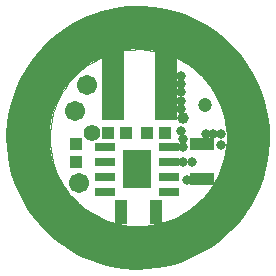
<source format=gts>
%FSDAX44Y44*%
%MOMM*%
%SFA1B1*%

%IPPOS*%
%ADD10C,0.299999*%
%ADD31C,0.100000*%
%ADD32R,1.703197X0.803198*%
%ADD33R,2.403195X3.203194*%
%ADD34R,1.903196X5.903188*%
%ADD35R,1.003198X1.103198*%
%ADD36R,1.003198X1.103198*%
%ADD37R,1.103198X2.003196*%
%ADD38R,2.003196X1.103198*%
%ADD39R,1.103198X1.003198*%
%ADD40R,1.103198X1.003198*%
%ADD41C,1.703197*%
%ADD42C,0.803198*%
%ADD43C,1.203198*%
%ADD44C,1.403197*%
%ADD45C,1.003198*%
%LNTop_mask-1*%
%LPD*%
G36*
X00886196Y00750822D02*
X00885513Y00742212D01*
X00884157Y00733681*
X00882136Y00725283*
X00879463Y00717070*
X00876155Y00709091*
X00872231Y00701396*
X00867716Y00694033*
X00862637Y00687046*
X00857026Y00680479*
X00850918Y00674372*
X00844350Y00668763*
X00837362Y00663686*
X00829997Y00659172*
X00822301Y00655250*
X00814322Y00651943*
X00806108Y00649272*
X00797709Y00647253*
X00789179Y00645899*
X00780568Y00645218*
X00776249Y00645216*
X00776307Y00680285*
Y00680286*
X00779463Y00680355*
X00785751Y00680890*
X00791972Y00681953*
X00798082Y00683534*
X00804037Y00685623*
X00809795Y00688206*
X00815316Y00691264*
X00820560Y00694775*
X00825490Y00698715*
X00830072Y00703055*
X00834273Y00707765*
X00838063Y00712811*
X00839795Y00715450*
X00841144Y00717687*
X00843603Y00722295*
X00845736Y00727063*
X00847532Y00731968*
X00848982Y00736986*
X00850080Y00742093*
X00850819Y00747264*
X00851196Y00752475*
X00851249Y00755086*
X00886199Y00755142*
X00886196Y00750822*
G37*
G36*
X00701249Y00755086D02*
D01*
X00701302Y00752475*
X00701679Y00747264*
X00702418Y00742093*
X00703516Y00736986*
X00704966Y00731968*
X00706762Y00727063*
X00708895Y00722295*
X00711354Y00717687*
X00712703Y00715450*
X00714435Y00712811*
X00718225Y00707765*
X00722426Y00703055*
X00727008Y00698715*
X00731938Y00694775*
X00737182Y00691264*
X00742703Y00688206*
X00748461Y00685623*
X00754416Y00683534*
X00760526Y00681953*
X00766747Y00680890*
X00773035Y00680355*
X00776191Y00680286*
Y00680285*
X00776249Y00645216*
X00771930Y00645218*
X00763319Y00645899*
X00754789Y00647253*
X00746390Y00649272*
X00738176Y00651943*
X00730197Y00655250*
X00722501Y00659172*
X00715137Y00663686*
X00708148Y00668763*
X00701580Y00674372*
X00695472Y00680479*
X00689861Y00687046*
X00684782Y00694033*
X00680267Y00701396*
X00676343Y00709091*
X00673035Y00717070*
X00670362Y00725283*
X00668341Y00733681*
X00666985Y00742212*
X00666302Y00750822*
X00666299Y00755142*
X00701249Y00755086*
G37*
G36*
X00776249Y00865066D02*
X00780568Y00865064D01*
X00789179Y00864383*
X00797709Y00863029*
X00806108Y00861010*
X00814322Y00858339*
X00822301Y00855032*
X00829997Y00851110*
X00837362Y00846597*
X00844350Y00841520*
X00850918Y00835910*
X00857026Y00829803*
X00862637Y00823236*
X00867716Y00816249*
X00872231Y00808886*
X00876155Y00801191*
X00879463Y00793212*
X00882136Y00784999*
X00884157Y00776601*
X00885513Y00768070*
X00886196Y00759460*
X00886199Y00755142*
X00851249Y00755197*
X00851196Y00757809*
X00850819Y00763018*
X00850080Y00768189*
X00848982Y00773296*
X00847532Y00778314*
X00845736Y00783219*
X00843603Y00787987*
X00841144Y00792595*
X00839795Y00794832*
X00838063Y00797471*
X00834273Y00802517*
X00830072Y00807227*
X00825490Y00811567*
X00820560Y00815507*
X00815316Y00819018*
X00809795Y00822076*
X00804037Y00824659*
X00798082Y00826748*
X00791972Y00828330*
X00785751Y00829392*
X00779463Y00829927*
X00776307Y00829996*
Y00829997*
X00776249Y00865066*
G37*
G36*
X00776191Y00829997D02*
Y00829996D01*
X00773035Y00829927*
X00766747Y00829392*
X00760526Y00828330*
X00754416Y00826748*
X00748461Y00824659*
X00742703Y00822076*
X00737182Y00819018*
X00731938Y00815507*
X00727008Y00811567*
X00722426Y00807227*
X00718225Y00802517*
X00714435Y00797471*
X00712703Y00794832*
X00711354Y00792595*
X00708895Y00787987*
X00706762Y00783219*
X00704966Y00778314*
X00703516Y00773296*
X00702418Y00768189*
X00701679Y00763018*
X00701302Y00757809*
X00701249Y00755197*
X00666299Y00755142*
X00666302Y00759460*
X00666985Y00768070*
X00668341Y00776601*
X00670362Y00784999*
X00673035Y00793212*
X00676343Y00801191*
X00680267Y00808886*
X00684782Y00816249*
X00689861Y00823236*
X00695472Y00829803*
X00701580Y00835910*
X00708148Y00841520*
X00715137Y00846597*
X00722501Y00851110*
X00730197Y00855032*
X00738176Y00858339*
X00746390Y00861010*
X00754789Y00863029*
X00763319Y00864383*
X00771930Y00865064*
X00776249Y00865066*
X00776191Y00829997*
G37*
G54D10*
X00666299Y00755142D02*
D01*
X00666572Y00747468*
X00667380Y00739833*
X00668719Y00732273*
X00670581Y00724824*
X00672959Y00717524*
X00675840Y00710407*
X00679210Y00703508*
X00683054Y00696862*
X00687352Y00690499*
X00692083Y00684452*
X00697224Y00678750*
X00702751Y00673420*
X00708636Y00668489*
X00714850Y00663980*
X00721364Y00659916*
X00728146Y00656316*
X00735162Y00653198*
X00742379Y00650577*
X00749761Y00648466*
X00757272Y00646875*
X00764876Y00645811*
X00772535Y00645281*
X00776249Y00645216*
D01*
X00783922Y00645488*
X00791558Y00646294*
X00799119Y00647630*
X00806568Y00649491*
X00813869Y00651867*
X00820986Y00654747*
X00827885Y00658116*
X00834533Y00661958*
X00840896Y00666254*
X00846944Y00670984*
X00852648Y00676124*
X00857979Y00681649*
X00862911Y00687533*
X00867421Y00693747*
X00871487Y00700260*
X00875089Y00707041*
X00878208Y00714056*
X00880831Y00721272*
X00882944Y00728653*
X00884537Y00736164*
X00885602Y00743768*
X00886134Y00751428*
X00886199Y00755142*
D01*
X00885926Y00762814*
X00885118Y00770450*
X00883780Y00778010*
X00881917Y00785459*
X00879540Y00792759*
X00876659Y00799876*
X00873288Y00806774*
X00869445Y00813421*
X00865147Y00819783*
X00860416Y00825830*
X00855275Y00831533*
X00849748Y00836862*
X00843863Y00841794*
X00837648Y00846302*
X00831134Y00850367*
X00824353Y00853967*
X00817336Y00857085*
X00810120Y00859706*
X00802738Y00861817*
X00795227Y00863408*
X00787623Y00864472*
X00779963Y00865002*
X00776249Y00865066*
D01*
X00768576Y00864795*
X00760941Y00863989*
X00753380Y00862652*
X00745931Y00860791*
X00738630Y00858415*
X00731513Y00855536*
X00724613Y00852167*
X00717966Y00848325*
X00711603Y00844029*
X00705554Y00839299*
X00699851Y00834159*
X00694520Y00828634*
X00689587Y00822750*
X00685077Y00816536*
X00681012Y00810023*
X00677410Y00803242*
X00674291Y00796227*
X00671668Y00789011*
X00669555Y00781629*
X00667962Y00774118*
X00666897Y00766515*
X00666365Y00758855*
X00666299Y00755142*
G54D31*
X00712703Y00715450D02*
D01*
X00715637Y00711115*
X00718866Y00706994*
X00722374Y00703109*
X00726145Y00699478*
X00730160Y00696119*
X00734400Y00693048*
X00738843Y00690280*
X00743469Y00687829*
X00748255Y00685707*
X00753176Y00683924*
X00758211Y00682488*
X00763333Y00681407*
X00768518Y00680686*
X00773740Y00680328*
X00776191Y00680286*
X00776307D02*
D01*
X00781539Y00680473*
X00786745Y00681024*
X00791899Y00681937*
X00796978Y00683208*
X00801955Y00684829*
X00806808Y00686794*
X00811511Y00689093*
X00816043Y00691713*
X00820380Y00694644*
X00824503Y00697870*
X00828391Y00701376*
X00832024Y00705145*
X00835386Y00709157*
X00838460Y00713395*
X00839795Y00715450*
D01*
X00842419Y00719980*
X00844721Y00724682*
X00846689Y00729533*
X00848314Y00734509*
X00849588Y00739587*
X00850504Y00744741*
X00851059Y00749946*
X00851249Y00755086*
Y00755197D02*
D01*
X00851053Y00760429*
X00850492Y00765633*
X00849569Y00770786*
X00848289Y00775862*
X00846658Y00780837*
X00844684Y00785685*
X00842377Y00790384*
X00839795Y00794832*
D01*
X00836862Y00799168*
X00833633Y00803288*
X00830124Y00807174*
X00826353Y00810805*
X00822338Y00814164*
X00818099Y00817235*
X00813655Y00820002*
X00809030Y00822454*
X00804244Y00824576*
X00799322Y00826359*
X00794288Y00827795*
X00789166Y00828876*
X00783981Y00829597*
X00778758Y00829954*
X00776307Y00829996*
X00776191D02*
D01*
X00770960Y00829810*
X00765754Y00829258*
X00760599Y00828345*
X00755521Y00827075*
X00750543Y00825454*
X00745691Y00823489*
X00740988Y00821190*
X00736456Y00818569*
X00732118Y00815638*
X00727996Y00812412*
X00724108Y00808906*
X00720475Y00805138*
X00717113Y00801125*
X00714039Y00796888*
X00712703Y00794832*
D01*
X00710079Y00790302*
X00707778Y00785601*
X00705810Y00780750*
X00704185Y00775774*
X00702911Y00770696*
X00701995Y00765542*
X00701440Y00760336*
X00701249Y00755197*
Y00755086D02*
D01*
X00701446Y00749855*
X00702007Y00744650*
X00702930Y00739497*
X00704210Y00734421*
X00705841Y00729447*
X00707815Y00724599*
X00710122Y00719900*
X00712703Y00715450*
G54D32*
X00748249Y00709325D03*
Y00722025D03*
Y00734725D03*
Y00747425D03*
X00802249Y00709325D03*
Y00722025D03*
Y00734725D03*
Y00747425D03*
G54D33*
X00775249Y00728375D03*
G54D34*
X00799999Y00799999D03*
X00754999D03*
G54D35*
X00750379Y00758998D03*
X00783629D03*
G54D36*
X00765619Y00758999D03*
X00798869D03*
G54D37*
X00762000Y00692748D03*
X00790999D03*
G54D38*
X00830248Y00720499D03*
Y00749499D03*
G54D39*
X00723749Y00734879D03*
G54D40*
X00723748Y00750119D03*
G54D41*
X00725749Y00716749D03*
X00722999Y00778249D03*
X00732536Y00800100D03*
G54D42*
X00725212Y00694175D03*
X00736549Y00686237D03*
X00715425Y00703962D03*
X00748702Y00680549D03*
X00762461Y00676805D03*
X00775511Y00675193D03*
X00790037Y00676805D03*
X00803063Y00681327D03*
X00815949Y00686237D03*
X00827286Y00694175D03*
X00837073Y00703962D03*
X00850861Y00727843D03*
X00854443Y00741211D03*
X00855649Y00755193D03*
X00846249Y00758499D03*
X00839749D03*
X00846249Y00748999D03*
X00854443Y00768787D03*
X00850861Y00782155D03*
X00844737Y00794967D03*
X00827286Y00815823D03*
X00815607Y00824047D03*
X00837073Y00806036D03*
X00790037Y00833193D03*
X00812499Y00807349D03*
Y00800449D03*
Y00793549D03*
Y00786649D03*
Y00779749D03*
Y00760499D03*
X00813999Y00734749D03*
X00821999D03*
X00817749Y00719249D03*
X00814249Y00747499D03*
X00814499Y00753999D03*
X00833249Y00758499D03*
X00762461Y00833193D03*
X00737370Y00824047D03*
X00725212Y00815823D03*
X00715425Y00806036D03*
X00707487Y00794699D03*
X00701637Y00782155D03*
X00698055Y00768787D03*
X00696850Y00755304D03*
X00698055Y00741211D03*
X00701637Y00727843D03*
X00707487Y00715299D03*
G54D43*
X00832487Y00783217D03*
G54D44*
X00737362Y00759206D03*
G54D45*
X00813999Y00771999D03*
M02*
</source>
